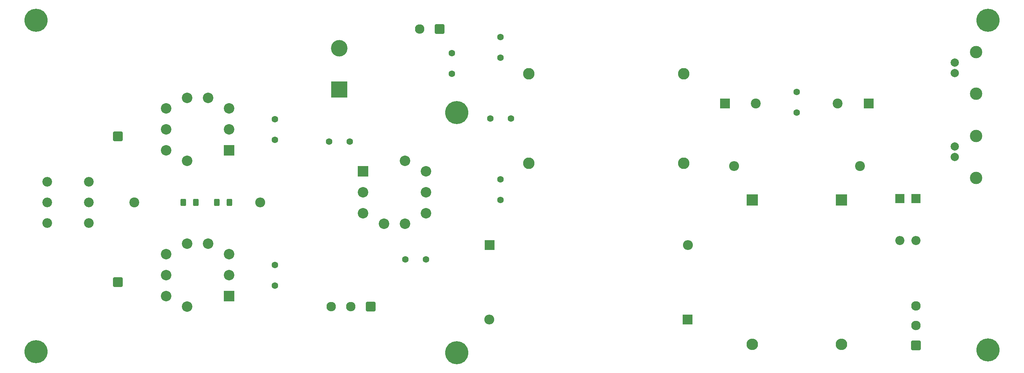
<source format=gbr>
%TF.GenerationSoftware,KiCad,Pcbnew,(6.0.0)*%
%TF.CreationDate,2022-08-03T23:10:52+01:00*%
%TF.ProjectId,Decware SE84 SMD,44656377-6172-4652-9053-45383420534d,rev?*%
%TF.SameCoordinates,Original*%
%TF.FileFunction,Soldermask,Bot*%
%TF.FilePolarity,Negative*%
%FSLAX46Y46*%
G04 Gerber Fmt 4.6, Leading zero omitted, Abs format (unit mm)*
G04 Created by KiCad (PCBNEW (6.0.0)) date 2022-08-03 23:10:52*
%MOMM*%
%LPD*%
G01*
G04 APERTURE LIST*
G04 Aperture macros list*
%AMRoundRect*
0 Rectangle with rounded corners*
0 $1 Rounding radius*
0 $2 $3 $4 $5 $6 $7 $8 $9 X,Y pos of 4 corners*
0 Add a 4 corners polygon primitive as box body*
4,1,4,$2,$3,$4,$5,$6,$7,$8,$9,$2,$3,0*
0 Add four circle primitives for the rounded corners*
1,1,$1+$1,$2,$3*
1,1,$1+$1,$4,$5*
1,1,$1+$1,$6,$7*
1,1,$1+$1,$8,$9*
0 Add four rect primitives between the rounded corners*
20,1,$1+$1,$2,$3,$4,$5,0*
20,1,$1+$1,$4,$5,$6,$7,0*
20,1,$1+$1,$6,$7,$8,$9,0*
20,1,$1+$1,$8,$9,$2,$3,0*%
G04 Aperture macros list end*
%ADD10C,5.600000*%
%ADD11C,1.600000*%
%ADD12C,2.340000*%
%ADD13C,2.400000*%
%ADD14O,2.400000X2.400000*%
%ADD15R,4.000000X4.000000*%
%ADD16C,4.000000*%
%ADD17R,2.200000X2.200000*%
%ADD18O,2.200000X2.200000*%
%ADD19RoundRect,0.250001X0.899999X0.899999X-0.899999X0.899999X-0.899999X-0.899999X0.899999X-0.899999X0*%
%ADD20R,2.800000X2.800000*%
%ADD21O,2.800000X2.800000*%
%ADD22R,2.400000X2.400000*%
%ADD23RoundRect,0.250001X0.899999X-0.899999X0.899999X0.899999X-0.899999X0.899999X-0.899999X-0.899999X0*%
%ADD24C,2.300000*%
%ADD25C,2.800000*%
%ADD26C,2.000000*%
%ADD27C,3.000000*%
%ADD28R,2.540000X2.540000*%
%ADD29C,2.540000*%
%ADD30RoundRect,0.250000X0.400000X0.625000X-0.400000X0.625000X-0.400000X-0.625000X0.400000X-0.625000X0*%
%ADD31RoundRect,0.250000X-0.400000X-0.625000X0.400000X-0.625000X0.400000X0.625000X-0.400000X0.625000X0*%
G04 APERTURE END LIST*
D10*
%TO.C,J6*%
X19208261Y-156050000D03*
%TD*%
D11*
%TO.C,C6*%
X119839812Y-83740000D03*
X119839812Y-88740000D03*
%TD*%
D12*
%TO.C,RV1*%
X21925909Y-114840000D03*
X21925909Y-119840000D03*
X21925909Y-124840000D03*
X31925909Y-114840000D03*
X31925909Y-119840000D03*
X31925909Y-124840000D03*
%TD*%
D13*
%TO.C,R20*%
X42985000Y-119879999D03*
D14*
X73465000Y-119879999D03*
%TD*%
D15*
%TO.C,C16*%
X92597536Y-92497832D03*
D16*
X92597536Y-82497832D03*
%TD*%
D17*
%TO.C,D2*%
X228290000Y-118906868D03*
D18*
X228290000Y-129066868D03*
%TD*%
D11*
%TO.C,C13*%
X77008848Y-140020000D03*
X77008848Y-135020000D03*
%TD*%
D19*
%TO.C,J5*%
X39020000Y-103910000D03*
%TD*%
D20*
%TO.C,C5*%
X192548657Y-119250000D03*
D21*
X192548657Y-154250000D03*
%TD*%
D22*
%TO.C,C8*%
X128980000Y-130213759D03*
D14*
X176980000Y-130213759D03*
%TD*%
D13*
%TO.C,R1*%
X218619328Y-111090000D03*
D14*
X188139328Y-111090000D03*
%TD*%
D11*
%TO.C,C15*%
X77008848Y-104724749D03*
X77008848Y-99724749D03*
%TD*%
D23*
%TO.C,J1*%
X232224851Y-154500000D03*
D24*
X232224851Y-149700000D03*
X232224851Y-144900000D03*
%TD*%
D11*
%TO.C,C3*%
X203374328Y-98080000D03*
X203374328Y-93080000D03*
%TD*%
D25*
%TO.C,C18*%
X138510000Y-110393022D03*
X176010000Y-110393022D03*
%TD*%
D11*
%TO.C,C10*%
X95097536Y-105122464D03*
X90097536Y-105122464D03*
%TD*%
D10*
%TO.C,J6*%
X121050000Y-156240628D03*
%TD*%
D11*
%TO.C,C17*%
X131630000Y-114293022D03*
X131630000Y-119293022D03*
%TD*%
D22*
%TO.C,C9*%
X176930000Y-148259948D03*
D14*
X128930000Y-148259948D03*
%TD*%
D19*
%TO.C,J4*%
X39020000Y-139210000D03*
%TD*%
%TO.C,J8*%
X100220000Y-145080000D03*
D24*
X95420000Y-145080000D03*
X90620000Y-145080000D03*
%TD*%
D26*
%TO.C,J2*%
X241630000Y-88508817D03*
D27*
X246730000Y-83458817D03*
D26*
X241630000Y-86008817D03*
D27*
X246730000Y-93558817D03*
%TD*%
D19*
%TO.C,J7*%
X116890000Y-77897832D03*
D24*
X112090000Y-77897832D03*
%TD*%
D11*
%TO.C,C11*%
X113557536Y-133682464D03*
X108557536Y-133682464D03*
%TD*%
%TO.C,C7*%
X129130000Y-99554021D03*
X134130000Y-99554021D03*
%TD*%
D22*
%TO.C,C1*%
X220780560Y-95890000D03*
D13*
X213280560Y-95890000D03*
%TD*%
D28*
%TO.C,U2*%
X65903437Y-142590022D03*
D29*
X65903437Y-137510022D03*
X65903437Y-132430022D03*
X60823437Y-129890022D03*
X55743437Y-129890022D03*
X50663437Y-132430022D03*
X50663437Y-137510022D03*
X50663437Y-142590022D03*
X55743437Y-145130022D03*
%TD*%
D20*
%TO.C,C2*%
X214200000Y-119250000D03*
D21*
X214200000Y-154250000D03*
%TD*%
D25*
%TO.C,C12*%
X138510000Y-88715025D03*
X176010000Y-88715025D03*
%TD*%
D26*
%TO.C,J3*%
X241630000Y-108858817D03*
D27*
X246730000Y-103808817D03*
D26*
X241630000Y-106358817D03*
D27*
X246730000Y-113908817D03*
%TD*%
D28*
%TO.C,U1*%
X98370000Y-112342486D03*
D29*
X98370000Y-117422486D03*
X98370000Y-122502486D03*
X103450000Y-125042486D03*
X108530000Y-125042486D03*
X113610000Y-122502486D03*
X113610000Y-117422486D03*
X113610000Y-112342486D03*
X108530000Y-109802486D03*
%TD*%
D10*
%TO.C,J6*%
X19165602Y-75770000D03*
%TD*%
D17*
%TO.C,D1*%
X232224851Y-118916868D03*
D18*
X232224851Y-129076868D03*
%TD*%
D28*
%TO.C,U3*%
X65903437Y-107294771D03*
D29*
X65903437Y-102214771D03*
X65903437Y-97134771D03*
X60823437Y-94594771D03*
X55743437Y-94594771D03*
X50663437Y-97134771D03*
X50663437Y-102214771D03*
X50663437Y-107294771D03*
X55743437Y-109834771D03*
%TD*%
D10*
%TO.C,J6*%
X249647341Y-75770000D03*
%TD*%
D11*
%TO.C,C14*%
X131630000Y-84815025D03*
X131630000Y-79815025D03*
%TD*%
D22*
%TO.C,C4*%
X185968097Y-95890000D03*
D13*
X193468097Y-95890000D03*
%TD*%
D10*
%TO.C,J6*%
X249663076Y-155590000D03*
%TD*%
%TO.C,J6*%
X121050000Y-98130000D03*
%TD*%
D30*
%TO.C,R22*%
X66020000Y-119879999D03*
X62920000Y-119879999D03*
%TD*%
D31*
%TO.C,R23*%
X54810000Y-119879999D03*
X57910000Y-119879999D03*
%TD*%
M02*

</source>
